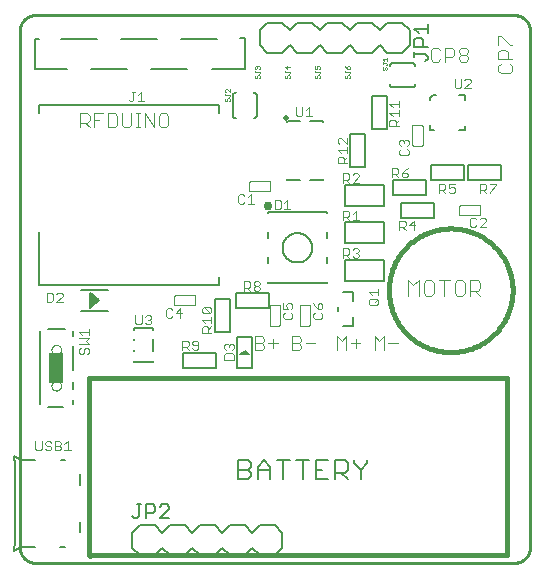
<source format=gto>
G75*
%MOIN*%
%OFA0B0*%
%FSLAX25Y25*%
%IPPOS*%
%LPD*%
%AMOC8*
5,1,8,0,0,1.08239X$1,22.5*
%
%ADD10C,0.01600*%
%ADD11C,0.00600*%
%ADD12C,0.00400*%
%ADD13C,0.01000*%
%ADD14C,0.00300*%
%ADD15C,0.03000*%
%ADD16C,0.00500*%
%ADD17C,0.00800*%
%ADD18C,0.00100*%
%ADD19R,0.05000X0.10000*%
%ADD20C,0.00000*%
%ADD21C,0.02000*%
D10*
X0031000Y0004000D02*
X0031000Y0063000D01*
X0031250Y0063000D02*
X0170500Y0063000D01*
X0170500Y0061500D01*
X0170500Y0004000D01*
X0031250Y0004000D01*
X0031250Y0003750D01*
X0131008Y0092313D02*
X0131014Y0092819D01*
X0131033Y0093325D01*
X0131064Y0093830D01*
X0131107Y0094334D01*
X0131163Y0094837D01*
X0131231Y0095338D01*
X0131312Y0095838D01*
X0131404Y0096335D01*
X0131509Y0096830D01*
X0131626Y0097322D01*
X0131755Y0097812D01*
X0131896Y0098298D01*
X0132049Y0098780D01*
X0132213Y0099258D01*
X0132389Y0099733D01*
X0132577Y0100202D01*
X0132777Y0100667D01*
X0132987Y0101127D01*
X0133209Y0101582D01*
X0133442Y0102031D01*
X0133686Y0102475D01*
X0133941Y0102912D01*
X0134206Y0103343D01*
X0134482Y0103767D01*
X0134769Y0104184D01*
X0135065Y0104594D01*
X0135371Y0104997D01*
X0135688Y0105392D01*
X0136013Y0105779D01*
X0136349Y0106158D01*
X0136693Y0106529D01*
X0137046Y0106891D01*
X0137408Y0107244D01*
X0137779Y0107588D01*
X0138158Y0107924D01*
X0138545Y0108249D01*
X0138940Y0108566D01*
X0139343Y0108872D01*
X0139753Y0109168D01*
X0140170Y0109455D01*
X0140594Y0109731D01*
X0141025Y0109996D01*
X0141462Y0110251D01*
X0141906Y0110495D01*
X0142355Y0110728D01*
X0142810Y0110950D01*
X0143270Y0111160D01*
X0143735Y0111360D01*
X0144204Y0111548D01*
X0144679Y0111724D01*
X0145157Y0111888D01*
X0145639Y0112041D01*
X0146125Y0112182D01*
X0146615Y0112311D01*
X0147107Y0112428D01*
X0147602Y0112533D01*
X0148099Y0112625D01*
X0148599Y0112706D01*
X0149100Y0112774D01*
X0149603Y0112830D01*
X0150107Y0112873D01*
X0150612Y0112904D01*
X0151118Y0112923D01*
X0151624Y0112929D01*
X0152130Y0112923D01*
X0152636Y0112904D01*
X0153141Y0112873D01*
X0153645Y0112830D01*
X0154148Y0112774D01*
X0154649Y0112706D01*
X0155149Y0112625D01*
X0155646Y0112533D01*
X0156141Y0112428D01*
X0156633Y0112311D01*
X0157123Y0112182D01*
X0157609Y0112041D01*
X0158091Y0111888D01*
X0158569Y0111724D01*
X0159044Y0111548D01*
X0159513Y0111360D01*
X0159978Y0111160D01*
X0160438Y0110950D01*
X0160893Y0110728D01*
X0161342Y0110495D01*
X0161786Y0110251D01*
X0162223Y0109996D01*
X0162654Y0109731D01*
X0163078Y0109455D01*
X0163495Y0109168D01*
X0163905Y0108872D01*
X0164308Y0108566D01*
X0164703Y0108249D01*
X0165090Y0107924D01*
X0165469Y0107588D01*
X0165840Y0107244D01*
X0166202Y0106891D01*
X0166555Y0106529D01*
X0166899Y0106158D01*
X0167235Y0105779D01*
X0167560Y0105392D01*
X0167877Y0104997D01*
X0168183Y0104594D01*
X0168479Y0104184D01*
X0168766Y0103767D01*
X0169042Y0103343D01*
X0169307Y0102912D01*
X0169562Y0102475D01*
X0169806Y0102031D01*
X0170039Y0101582D01*
X0170261Y0101127D01*
X0170471Y0100667D01*
X0170671Y0100202D01*
X0170859Y0099733D01*
X0171035Y0099258D01*
X0171199Y0098780D01*
X0171352Y0098298D01*
X0171493Y0097812D01*
X0171622Y0097322D01*
X0171739Y0096830D01*
X0171844Y0096335D01*
X0171936Y0095838D01*
X0172017Y0095338D01*
X0172085Y0094837D01*
X0172141Y0094334D01*
X0172184Y0093830D01*
X0172215Y0093325D01*
X0172234Y0092819D01*
X0172240Y0092313D01*
X0172234Y0091807D01*
X0172215Y0091301D01*
X0172184Y0090796D01*
X0172141Y0090292D01*
X0172085Y0089789D01*
X0172017Y0089288D01*
X0171936Y0088788D01*
X0171844Y0088291D01*
X0171739Y0087796D01*
X0171622Y0087304D01*
X0171493Y0086814D01*
X0171352Y0086328D01*
X0171199Y0085846D01*
X0171035Y0085368D01*
X0170859Y0084893D01*
X0170671Y0084424D01*
X0170471Y0083959D01*
X0170261Y0083499D01*
X0170039Y0083044D01*
X0169806Y0082595D01*
X0169562Y0082151D01*
X0169307Y0081714D01*
X0169042Y0081283D01*
X0168766Y0080859D01*
X0168479Y0080442D01*
X0168183Y0080032D01*
X0167877Y0079629D01*
X0167560Y0079234D01*
X0167235Y0078847D01*
X0166899Y0078468D01*
X0166555Y0078097D01*
X0166202Y0077735D01*
X0165840Y0077382D01*
X0165469Y0077038D01*
X0165090Y0076702D01*
X0164703Y0076377D01*
X0164308Y0076060D01*
X0163905Y0075754D01*
X0163495Y0075458D01*
X0163078Y0075171D01*
X0162654Y0074895D01*
X0162223Y0074630D01*
X0161786Y0074375D01*
X0161342Y0074131D01*
X0160893Y0073898D01*
X0160438Y0073676D01*
X0159978Y0073466D01*
X0159513Y0073266D01*
X0159044Y0073078D01*
X0158569Y0072902D01*
X0158091Y0072738D01*
X0157609Y0072585D01*
X0157123Y0072444D01*
X0156633Y0072315D01*
X0156141Y0072198D01*
X0155646Y0072093D01*
X0155149Y0072001D01*
X0154649Y0071920D01*
X0154148Y0071852D01*
X0153645Y0071796D01*
X0153141Y0071753D01*
X0152636Y0071722D01*
X0152130Y0071703D01*
X0151624Y0071697D01*
X0151118Y0071703D01*
X0150612Y0071722D01*
X0150107Y0071753D01*
X0149603Y0071796D01*
X0149100Y0071852D01*
X0148599Y0071920D01*
X0148099Y0072001D01*
X0147602Y0072093D01*
X0147107Y0072198D01*
X0146615Y0072315D01*
X0146125Y0072444D01*
X0145639Y0072585D01*
X0145157Y0072738D01*
X0144679Y0072902D01*
X0144204Y0073078D01*
X0143735Y0073266D01*
X0143270Y0073466D01*
X0142810Y0073676D01*
X0142355Y0073898D01*
X0141906Y0074131D01*
X0141462Y0074375D01*
X0141025Y0074630D01*
X0140594Y0074895D01*
X0140170Y0075171D01*
X0139753Y0075458D01*
X0139343Y0075754D01*
X0138940Y0076060D01*
X0138545Y0076377D01*
X0138158Y0076702D01*
X0137779Y0077038D01*
X0137408Y0077382D01*
X0137046Y0077735D01*
X0136693Y0078097D01*
X0136349Y0078468D01*
X0136013Y0078847D01*
X0135688Y0079234D01*
X0135371Y0079629D01*
X0135065Y0080032D01*
X0134769Y0080442D01*
X0134482Y0080859D01*
X0134206Y0081283D01*
X0133941Y0081714D01*
X0133686Y0082151D01*
X0133442Y0082595D01*
X0133209Y0083044D01*
X0132987Y0083499D01*
X0132777Y0083959D01*
X0132577Y0084424D01*
X0132389Y0084893D01*
X0132213Y0085368D01*
X0132049Y0085846D01*
X0131896Y0086328D01*
X0131755Y0086814D01*
X0131626Y0087304D01*
X0131509Y0087796D01*
X0131404Y0088291D01*
X0131312Y0088788D01*
X0131231Y0089288D01*
X0131163Y0089789D01*
X0131107Y0090292D01*
X0131064Y0090796D01*
X0131033Y0091301D01*
X0131014Y0091807D01*
X0131008Y0092313D01*
D11*
X0123743Y0035705D02*
X0123743Y0034638D01*
X0121608Y0032503D01*
X0121608Y0029300D01*
X0121608Y0032503D02*
X0119473Y0034638D01*
X0119473Y0035705D01*
X0117298Y0034638D02*
X0117298Y0032503D01*
X0116230Y0031435D01*
X0113027Y0031435D01*
X0113027Y0029300D02*
X0113027Y0035705D01*
X0116230Y0035705D01*
X0117298Y0034638D01*
X0115163Y0031435D02*
X0117298Y0029300D01*
X0110852Y0029300D02*
X0106582Y0029300D01*
X0106582Y0035705D01*
X0110852Y0035705D01*
X0108717Y0032503D02*
X0106582Y0032503D01*
X0104407Y0035705D02*
X0100136Y0035705D01*
X0102272Y0035705D02*
X0102272Y0029300D01*
X0095826Y0029300D02*
X0095826Y0035705D01*
X0093691Y0035705D02*
X0097961Y0035705D01*
X0091516Y0033570D02*
X0091516Y0029300D01*
X0091516Y0032503D02*
X0087245Y0032503D01*
X0087245Y0033570D02*
X0089381Y0035705D01*
X0091516Y0033570D01*
X0087245Y0033570D02*
X0087245Y0029300D01*
X0085070Y0030368D02*
X0084003Y0029300D01*
X0080800Y0029300D01*
X0080800Y0035705D01*
X0084003Y0035705D01*
X0085070Y0034638D01*
X0085070Y0033570D01*
X0084003Y0032503D01*
X0080800Y0032503D01*
X0084003Y0032503D02*
X0085070Y0031435D01*
X0085070Y0030368D01*
X0052509Y0068272D02*
X0052509Y0068754D01*
X0052509Y0068272D02*
X0046128Y0068272D01*
X0046128Y0068754D01*
X0046128Y0071924D02*
X0046128Y0072297D01*
X0046128Y0075664D02*
X0046128Y0076037D01*
X0046128Y0079207D02*
X0046128Y0079689D01*
X0052509Y0079689D01*
X0052509Y0079207D01*
X0052509Y0076037D02*
X0052509Y0071924D01*
D12*
X0051293Y0080930D02*
X0050259Y0080930D01*
X0049742Y0081447D01*
X0048587Y0081447D02*
X0048587Y0084033D01*
X0049742Y0083516D02*
X0050259Y0084033D01*
X0051293Y0084033D01*
X0051810Y0083516D01*
X0051810Y0082999D01*
X0051293Y0082482D01*
X0051810Y0081965D01*
X0051810Y0081447D01*
X0051293Y0080930D01*
X0051293Y0082482D02*
X0050776Y0082482D01*
X0048587Y0081447D02*
X0048070Y0080930D01*
X0047036Y0080930D01*
X0046519Y0081447D01*
X0046519Y0084033D01*
X0056755Y0083717D02*
X0057272Y0083200D01*
X0058306Y0083200D01*
X0058823Y0083717D01*
X0059977Y0084751D02*
X0062046Y0084751D01*
X0061529Y0083200D02*
X0061529Y0086303D01*
X0059977Y0084751D01*
X0058823Y0085786D02*
X0058306Y0086303D01*
X0057272Y0086303D01*
X0056755Y0085786D01*
X0056755Y0083717D01*
X0062200Y0075553D02*
X0063751Y0075553D01*
X0064268Y0075036D01*
X0064268Y0074001D01*
X0063751Y0073484D01*
X0062200Y0073484D01*
X0062200Y0072450D02*
X0062200Y0075553D01*
X0063234Y0073484D02*
X0064268Y0072450D01*
X0065423Y0072967D02*
X0065940Y0072450D01*
X0066974Y0072450D01*
X0067491Y0072967D01*
X0067491Y0075036D01*
X0066974Y0075553D01*
X0065940Y0075553D01*
X0065423Y0075036D01*
X0065423Y0074518D01*
X0065940Y0074001D01*
X0067491Y0074001D01*
X0068697Y0078200D02*
X0068697Y0079751D01*
X0069214Y0080268D01*
X0070249Y0080268D01*
X0070766Y0079751D01*
X0070766Y0078200D01*
X0071800Y0078200D02*
X0068697Y0078200D01*
X0070766Y0079234D02*
X0071800Y0080268D01*
X0071800Y0081423D02*
X0071800Y0083491D01*
X0071800Y0082457D02*
X0068697Y0082457D01*
X0069732Y0081423D01*
X0069214Y0084645D02*
X0068697Y0085163D01*
X0068697Y0086197D01*
X0069214Y0086714D01*
X0071283Y0084645D01*
X0071800Y0085163D01*
X0071800Y0086197D01*
X0071283Y0086714D01*
X0069214Y0086714D01*
X0069214Y0084645D02*
X0071283Y0084645D01*
X0076714Y0074491D02*
X0076197Y0073974D01*
X0076197Y0072940D01*
X0076714Y0072423D01*
X0076714Y0071268D02*
X0076197Y0070751D01*
X0076197Y0069200D01*
X0079300Y0069200D01*
X0079300Y0070751D01*
X0078783Y0071268D01*
X0076714Y0071268D01*
X0078783Y0072423D02*
X0079300Y0072940D01*
X0079300Y0073974D01*
X0078783Y0074491D01*
X0078266Y0074491D01*
X0077749Y0073974D01*
X0077749Y0073457D01*
X0077749Y0073974D02*
X0077232Y0074491D01*
X0076714Y0074491D01*
X0086251Y0074652D02*
X0088553Y0074652D01*
X0089320Y0073884D01*
X0089320Y0073117D01*
X0088553Y0072350D01*
X0086251Y0072350D01*
X0086251Y0076954D01*
X0088553Y0076954D01*
X0089320Y0076186D01*
X0089320Y0075419D01*
X0088553Y0074652D01*
X0090855Y0074652D02*
X0093924Y0074652D01*
X0092390Y0076186D02*
X0092390Y0073117D01*
X0098751Y0072350D02*
X0101053Y0072350D01*
X0101820Y0073117D01*
X0101820Y0073884D01*
X0101053Y0074652D01*
X0098751Y0074652D01*
X0098751Y0072350D02*
X0098751Y0076954D01*
X0101053Y0076954D01*
X0101820Y0076186D01*
X0101820Y0075419D01*
X0101053Y0074652D01*
X0103355Y0074652D02*
X0106424Y0074652D01*
X0113751Y0072350D02*
X0113751Y0076954D01*
X0115286Y0075419D01*
X0116820Y0076954D01*
X0116820Y0072350D01*
X0118355Y0074652D02*
X0121424Y0074652D01*
X0119890Y0076186D02*
X0119890Y0073117D01*
X0126251Y0072350D02*
X0126251Y0076954D01*
X0127786Y0075419D01*
X0129320Y0076954D01*
X0129320Y0072350D01*
X0130855Y0074652D02*
X0133924Y0074652D01*
X0126846Y0087380D02*
X0124777Y0087380D01*
X0124260Y0087898D01*
X0124260Y0088932D01*
X0124777Y0089449D01*
X0126846Y0089449D01*
X0127363Y0088932D01*
X0127363Y0087898D01*
X0126846Y0087380D01*
X0126329Y0088415D02*
X0127363Y0089449D01*
X0127363Y0090603D02*
X0127363Y0092672D01*
X0127363Y0091637D02*
X0124260Y0091637D01*
X0125295Y0090603D01*
X0137450Y0090450D02*
X0137450Y0095654D01*
X0139185Y0093920D01*
X0140920Y0095654D01*
X0140920Y0090450D01*
X0142606Y0091317D02*
X0143474Y0090450D01*
X0145209Y0090450D01*
X0146076Y0091317D01*
X0146076Y0094787D01*
X0145209Y0095654D01*
X0143474Y0095654D01*
X0142606Y0094787D01*
X0142606Y0091317D01*
X0147763Y0095654D02*
X0151232Y0095654D01*
X0149498Y0095654D02*
X0149498Y0090450D01*
X0152919Y0091317D02*
X0153787Y0090450D01*
X0155521Y0090450D01*
X0156389Y0091317D01*
X0156389Y0094787D01*
X0155521Y0095654D01*
X0153787Y0095654D01*
X0152919Y0094787D01*
X0152919Y0091317D01*
X0158076Y0090450D02*
X0158076Y0095654D01*
X0160678Y0095654D01*
X0161545Y0094787D01*
X0161545Y0093052D01*
X0160678Y0092185D01*
X0158076Y0092185D01*
X0159810Y0092185D02*
X0161545Y0090450D01*
X0161227Y0113450D02*
X0163296Y0115518D01*
X0163296Y0116036D01*
X0162779Y0116553D01*
X0161744Y0116553D01*
X0161227Y0116036D01*
X0160073Y0116036D02*
X0159556Y0116553D01*
X0158522Y0116553D01*
X0158005Y0116036D01*
X0158005Y0113967D01*
X0158522Y0113450D01*
X0159556Y0113450D01*
X0160073Y0113967D01*
X0161227Y0113450D02*
X0163296Y0113450D01*
X0163518Y0124700D02*
X0162484Y0125734D01*
X0163001Y0125734D02*
X0161450Y0125734D01*
X0161450Y0124700D02*
X0161450Y0127803D01*
X0163001Y0127803D01*
X0163518Y0127286D01*
X0163518Y0126251D01*
X0163001Y0125734D01*
X0164673Y0125217D02*
X0164673Y0124700D01*
X0164673Y0125217D02*
X0166741Y0127286D01*
X0166741Y0127803D01*
X0164673Y0127803D01*
X0153046Y0127803D02*
X0150977Y0127803D01*
X0150977Y0126251D01*
X0152011Y0126768D01*
X0152529Y0126768D01*
X0153046Y0126251D01*
X0153046Y0125217D01*
X0152529Y0124700D01*
X0151494Y0124700D01*
X0150977Y0125217D01*
X0149823Y0124700D02*
X0148789Y0125734D01*
X0149306Y0125734D02*
X0147755Y0125734D01*
X0147755Y0124700D02*
X0147755Y0127803D01*
X0149306Y0127803D01*
X0149823Y0127286D01*
X0149823Y0126251D01*
X0149306Y0125734D01*
X0139279Y0115553D02*
X0137727Y0114001D01*
X0139796Y0114001D01*
X0139279Y0112450D02*
X0139279Y0115553D01*
X0136573Y0115036D02*
X0136573Y0114001D01*
X0136056Y0113484D01*
X0134505Y0113484D01*
X0135539Y0113484D02*
X0136573Y0112450D01*
X0134505Y0112450D02*
X0134505Y0115553D01*
X0136056Y0115553D01*
X0136573Y0115036D01*
X0136779Y0129950D02*
X0135744Y0129950D01*
X0135227Y0130467D01*
X0135227Y0131501D01*
X0136779Y0131501D01*
X0137296Y0130984D01*
X0137296Y0130467D01*
X0136779Y0129950D01*
X0135227Y0131501D02*
X0136261Y0132536D01*
X0137296Y0133053D01*
X0134073Y0132536D02*
X0134073Y0131501D01*
X0133556Y0130984D01*
X0132005Y0130984D01*
X0133039Y0130984D02*
X0134073Y0129950D01*
X0132005Y0129950D02*
X0132005Y0133053D01*
X0133556Y0133053D01*
X0134073Y0132536D01*
X0134964Y0137255D02*
X0137033Y0137255D01*
X0137550Y0137772D01*
X0137550Y0138806D01*
X0137033Y0139323D01*
X0137033Y0140477D02*
X0137550Y0140994D01*
X0137550Y0142029D01*
X0137033Y0142546D01*
X0136516Y0142546D01*
X0135999Y0142029D01*
X0135999Y0141511D01*
X0135999Y0142029D02*
X0135482Y0142546D01*
X0134964Y0142546D01*
X0134447Y0142029D01*
X0134447Y0140994D01*
X0134964Y0140477D01*
X0134964Y0139323D02*
X0134447Y0138806D01*
X0134447Y0137772D01*
X0134964Y0137255D01*
X0134300Y0147032D02*
X0131197Y0147032D01*
X0131197Y0148583D01*
X0131714Y0149100D01*
X0132749Y0149100D01*
X0133266Y0148583D01*
X0133266Y0147032D01*
X0133266Y0148066D02*
X0134300Y0149100D01*
X0134300Y0150254D02*
X0134300Y0152323D01*
X0134300Y0151289D02*
X0131197Y0151289D01*
X0132232Y0150254D01*
X0132232Y0153477D02*
X0131197Y0154511D01*
X0134300Y0154511D01*
X0134300Y0153477D02*
X0134300Y0155546D01*
X0145854Y0168550D02*
X0145087Y0169318D01*
X0145087Y0172387D01*
X0145854Y0173154D01*
X0147389Y0173154D01*
X0148156Y0172387D01*
X0149691Y0173154D02*
X0151993Y0173154D01*
X0152760Y0172387D01*
X0152760Y0170852D01*
X0151993Y0170085D01*
X0149691Y0170085D01*
X0149691Y0168550D02*
X0149691Y0173154D01*
X0148156Y0169318D02*
X0147389Y0168550D01*
X0145854Y0168550D01*
X0154295Y0169318D02*
X0154295Y0170085D01*
X0155062Y0170852D01*
X0156597Y0170852D01*
X0157364Y0170085D01*
X0157364Y0169318D01*
X0156597Y0168550D01*
X0155062Y0168550D01*
X0154295Y0169318D01*
X0155062Y0170852D02*
X0154295Y0171620D01*
X0154295Y0172387D01*
X0155062Y0173154D01*
X0156597Y0173154D01*
X0157364Y0172387D01*
X0157364Y0171620D01*
X0156597Y0170852D01*
X0156690Y0162803D02*
X0156173Y0162286D01*
X0156690Y0162803D02*
X0157724Y0162803D01*
X0158241Y0162286D01*
X0158241Y0161768D01*
X0156173Y0159700D01*
X0158241Y0159700D01*
X0155018Y0160217D02*
X0155018Y0162803D01*
X0152950Y0162803D02*
X0152950Y0160217D01*
X0153467Y0159700D01*
X0154501Y0159700D01*
X0155018Y0160217D01*
X0167546Y0165518D02*
X0168314Y0164751D01*
X0171383Y0164751D01*
X0172150Y0165518D01*
X0172150Y0167053D01*
X0171383Y0167820D01*
X0170616Y0169355D02*
X0170616Y0171657D01*
X0169848Y0172424D01*
X0168314Y0172424D01*
X0167546Y0171657D01*
X0167546Y0169355D01*
X0172150Y0169355D01*
X0168314Y0167820D02*
X0167546Y0167053D01*
X0167546Y0165518D01*
X0167546Y0173959D02*
X0167546Y0177028D01*
X0168314Y0177028D01*
X0171383Y0173959D01*
X0172150Y0173959D01*
X0120991Y0130786D02*
X0120991Y0130268D01*
X0118923Y0128200D01*
X0120991Y0128200D01*
X0120991Y0130786D02*
X0120474Y0131303D01*
X0119440Y0131303D01*
X0118923Y0130786D01*
X0117768Y0130786D02*
X0117768Y0129751D01*
X0117251Y0129234D01*
X0115700Y0129234D01*
X0115700Y0128200D02*
X0115700Y0131303D01*
X0117251Y0131303D01*
X0117768Y0130786D01*
X0116734Y0129234D02*
X0117768Y0128200D01*
X0117050Y0134700D02*
X0113947Y0134700D01*
X0113947Y0136251D01*
X0114464Y0136768D01*
X0115499Y0136768D01*
X0116016Y0136251D01*
X0116016Y0134700D01*
X0116016Y0135734D02*
X0117050Y0136768D01*
X0117050Y0137923D02*
X0117050Y0139991D01*
X0117050Y0138957D02*
X0113947Y0138957D01*
X0114982Y0137923D01*
X0114464Y0141145D02*
X0113947Y0141663D01*
X0113947Y0142697D01*
X0114464Y0143214D01*
X0114982Y0143214D01*
X0117050Y0141145D01*
X0117050Y0143214D01*
X0105345Y0150326D02*
X0103276Y0150326D01*
X0104311Y0150326D02*
X0104311Y0153429D01*
X0103276Y0152394D01*
X0102122Y0153429D02*
X0102122Y0150843D01*
X0101605Y0150326D01*
X0100571Y0150326D01*
X0100054Y0150843D01*
X0100054Y0153429D01*
X0085011Y0124303D02*
X0085011Y0121200D01*
X0083977Y0121200D02*
X0086046Y0121200D01*
X0083977Y0123268D02*
X0085011Y0124303D01*
X0082823Y0123786D02*
X0082306Y0124303D01*
X0081272Y0124303D01*
X0080755Y0123786D01*
X0080755Y0121717D01*
X0081272Y0121200D01*
X0082306Y0121200D01*
X0082823Y0121717D01*
X0092887Y0122490D02*
X0092887Y0119387D01*
X0094438Y0119387D01*
X0094955Y0119904D01*
X0094955Y0121973D01*
X0094438Y0122490D01*
X0092887Y0122490D01*
X0096110Y0121455D02*
X0097144Y0122490D01*
X0097144Y0119387D01*
X0096110Y0119387D02*
X0098178Y0119387D01*
X0115700Y0118803D02*
X0115700Y0115700D01*
X0115700Y0116734D02*
X0117251Y0116734D01*
X0117768Y0117251D01*
X0117768Y0118286D01*
X0117251Y0118803D01*
X0115700Y0118803D01*
X0116734Y0116734D02*
X0117768Y0115700D01*
X0118923Y0115700D02*
X0120991Y0115700D01*
X0119957Y0115700D02*
X0119957Y0118803D01*
X0118923Y0117768D01*
X0119440Y0106303D02*
X0120474Y0106303D01*
X0120991Y0105786D01*
X0120991Y0105268D01*
X0120474Y0104751D01*
X0120991Y0104234D01*
X0120991Y0103717D01*
X0120474Y0103200D01*
X0119440Y0103200D01*
X0118923Y0103717D01*
X0117768Y0103200D02*
X0116734Y0104234D01*
X0117251Y0104234D02*
X0115700Y0104234D01*
X0115700Y0103200D02*
X0115700Y0106303D01*
X0117251Y0106303D01*
X0117768Y0105786D01*
X0117768Y0104751D01*
X0117251Y0104234D01*
X0118923Y0105786D02*
X0119440Y0106303D01*
X0119957Y0104751D02*
X0120474Y0104751D01*
X0108283Y0088046D02*
X0107766Y0088046D01*
X0107249Y0087529D01*
X0107249Y0085977D01*
X0108283Y0085977D01*
X0108800Y0086494D01*
X0108800Y0087529D01*
X0108283Y0088046D01*
X0107249Y0085977D02*
X0106214Y0087011D01*
X0105697Y0088046D01*
X0106214Y0084823D02*
X0105697Y0084306D01*
X0105697Y0083272D01*
X0106214Y0082755D01*
X0108283Y0082755D01*
X0108800Y0083272D01*
X0108800Y0084306D01*
X0108283Y0084823D01*
X0098800Y0084306D02*
X0098283Y0084823D01*
X0098800Y0084306D02*
X0098800Y0083272D01*
X0098283Y0082755D01*
X0096214Y0082755D01*
X0095697Y0083272D01*
X0095697Y0084306D01*
X0096214Y0084823D01*
X0095697Y0085977D02*
X0097249Y0085977D01*
X0096732Y0087011D01*
X0096732Y0087529D01*
X0097249Y0088046D01*
X0098283Y0088046D01*
X0098800Y0087529D01*
X0098800Y0086494D01*
X0098283Y0085977D01*
X0095697Y0085977D02*
X0095697Y0088046D01*
X0087991Y0092717D02*
X0087474Y0092200D01*
X0086440Y0092200D01*
X0085923Y0092717D01*
X0085923Y0093234D01*
X0086440Y0093751D01*
X0087474Y0093751D01*
X0087991Y0093234D01*
X0087991Y0092717D01*
X0087474Y0093751D02*
X0087991Y0094268D01*
X0087991Y0094786D01*
X0087474Y0095303D01*
X0086440Y0095303D01*
X0085923Y0094786D01*
X0085923Y0094268D01*
X0086440Y0093751D01*
X0084768Y0093751D02*
X0084768Y0094786D01*
X0084251Y0095303D01*
X0082700Y0095303D01*
X0082700Y0092200D01*
X0082700Y0093234D02*
X0084251Y0093234D01*
X0084768Y0093751D01*
X0083734Y0093234D02*
X0084768Y0092200D01*
X0030924Y0079546D02*
X0030924Y0077477D01*
X0030924Y0078511D02*
X0027821Y0078511D01*
X0028856Y0077477D01*
X0027821Y0076323D02*
X0030924Y0076323D01*
X0029890Y0075289D01*
X0030924Y0074254D01*
X0027821Y0074254D01*
X0028338Y0073100D02*
X0027821Y0072583D01*
X0027821Y0071549D01*
X0028338Y0071032D01*
X0028856Y0071032D01*
X0029373Y0071549D01*
X0029373Y0072583D01*
X0029890Y0073100D01*
X0030407Y0073100D01*
X0030924Y0072583D01*
X0030924Y0071549D01*
X0030407Y0071032D01*
X0022241Y0088450D02*
X0020173Y0088450D01*
X0022241Y0090518D01*
X0022241Y0091036D01*
X0021724Y0091553D01*
X0020690Y0091553D01*
X0020173Y0091036D01*
X0019018Y0091036D02*
X0018501Y0091553D01*
X0016950Y0091553D01*
X0016950Y0088450D01*
X0018501Y0088450D01*
X0019018Y0088967D01*
X0019018Y0091036D01*
X0019645Y0042053D02*
X0021197Y0042053D01*
X0021714Y0041536D01*
X0021714Y0041018D01*
X0021197Y0040501D01*
X0019645Y0040501D01*
X0018491Y0039984D02*
X0018491Y0039467D01*
X0017974Y0038950D01*
X0016940Y0038950D01*
X0016423Y0039467D01*
X0015268Y0039467D02*
X0015268Y0042053D01*
X0016423Y0041536D02*
X0016423Y0041018D01*
X0016940Y0040501D01*
X0017974Y0040501D01*
X0018491Y0039984D01*
X0019645Y0038950D02*
X0021197Y0038950D01*
X0021714Y0039467D01*
X0021714Y0039984D01*
X0021197Y0040501D01*
X0022868Y0041018D02*
X0023902Y0042053D01*
X0023902Y0038950D01*
X0022868Y0038950D02*
X0024937Y0038950D01*
X0019645Y0038950D02*
X0019645Y0042053D01*
X0018491Y0041536D02*
X0017974Y0042053D01*
X0016940Y0042053D01*
X0016423Y0041536D01*
X0015268Y0039467D02*
X0014751Y0038950D01*
X0013717Y0038950D01*
X0013200Y0039467D01*
X0013200Y0042053D01*
X0028200Y0146700D02*
X0028200Y0151304D01*
X0030502Y0151304D01*
X0031269Y0150537D01*
X0031269Y0149002D01*
X0030502Y0148235D01*
X0028200Y0148235D01*
X0029735Y0148235D02*
X0031269Y0146700D01*
X0032804Y0146700D02*
X0032804Y0151304D01*
X0035873Y0151304D01*
X0037408Y0151304D02*
X0039710Y0151304D01*
X0040477Y0150537D01*
X0040477Y0147467D01*
X0039710Y0146700D01*
X0037408Y0146700D01*
X0037408Y0151304D01*
X0034339Y0149002D02*
X0032804Y0149002D01*
X0042012Y0147467D02*
X0042779Y0146700D01*
X0044314Y0146700D01*
X0045081Y0147467D01*
X0045081Y0151304D01*
X0046616Y0151304D02*
X0048150Y0151304D01*
X0047383Y0151304D02*
X0047383Y0146700D01*
X0046616Y0146700D02*
X0048150Y0146700D01*
X0049685Y0146700D02*
X0049685Y0151304D01*
X0052754Y0146700D01*
X0052754Y0151304D01*
X0054289Y0150537D02*
X0054289Y0147467D01*
X0055056Y0146700D01*
X0056591Y0146700D01*
X0057358Y0147467D01*
X0057358Y0150537D01*
X0056591Y0151304D01*
X0055056Y0151304D01*
X0054289Y0150537D01*
X0049546Y0155326D02*
X0047477Y0155326D01*
X0048511Y0155326D02*
X0048511Y0158429D01*
X0047477Y0157394D01*
X0046323Y0158429D02*
X0045289Y0158429D01*
X0045806Y0158429D02*
X0045806Y0155843D01*
X0045289Y0155326D01*
X0044772Y0155326D01*
X0044255Y0155843D01*
X0042012Y0151304D02*
X0042012Y0147467D01*
D13*
X0008000Y0179000D02*
X0008002Y0179140D01*
X0008008Y0179280D01*
X0008018Y0179420D01*
X0008031Y0179560D01*
X0008049Y0179699D01*
X0008071Y0179838D01*
X0008096Y0179975D01*
X0008125Y0180113D01*
X0008158Y0180249D01*
X0008195Y0180384D01*
X0008236Y0180518D01*
X0008281Y0180651D01*
X0008329Y0180783D01*
X0008381Y0180913D01*
X0008436Y0181042D01*
X0008495Y0181169D01*
X0008558Y0181295D01*
X0008624Y0181419D01*
X0008693Y0181540D01*
X0008766Y0181660D01*
X0008843Y0181778D01*
X0008922Y0181893D01*
X0009005Y0182007D01*
X0009091Y0182117D01*
X0009180Y0182226D01*
X0009272Y0182332D01*
X0009367Y0182435D01*
X0009464Y0182536D01*
X0009565Y0182633D01*
X0009668Y0182728D01*
X0009774Y0182820D01*
X0009883Y0182909D01*
X0009993Y0182995D01*
X0010107Y0183078D01*
X0010222Y0183157D01*
X0010340Y0183234D01*
X0010460Y0183307D01*
X0010581Y0183376D01*
X0010705Y0183442D01*
X0010831Y0183505D01*
X0010958Y0183564D01*
X0011087Y0183619D01*
X0011217Y0183671D01*
X0011349Y0183719D01*
X0011482Y0183764D01*
X0011616Y0183805D01*
X0011751Y0183842D01*
X0011887Y0183875D01*
X0012025Y0183904D01*
X0012162Y0183929D01*
X0012301Y0183951D01*
X0012440Y0183969D01*
X0012580Y0183982D01*
X0012720Y0183992D01*
X0012860Y0183998D01*
X0013000Y0184000D01*
X0173000Y0184000D01*
X0173140Y0183998D01*
X0173280Y0183992D01*
X0173420Y0183982D01*
X0173560Y0183969D01*
X0173699Y0183951D01*
X0173838Y0183929D01*
X0173975Y0183904D01*
X0174113Y0183875D01*
X0174249Y0183842D01*
X0174384Y0183805D01*
X0174518Y0183764D01*
X0174651Y0183719D01*
X0174783Y0183671D01*
X0174913Y0183619D01*
X0175042Y0183564D01*
X0175169Y0183505D01*
X0175295Y0183442D01*
X0175419Y0183376D01*
X0175540Y0183307D01*
X0175660Y0183234D01*
X0175778Y0183157D01*
X0175893Y0183078D01*
X0176007Y0182995D01*
X0176117Y0182909D01*
X0176226Y0182820D01*
X0176332Y0182728D01*
X0176435Y0182633D01*
X0176536Y0182536D01*
X0176633Y0182435D01*
X0176728Y0182332D01*
X0176820Y0182226D01*
X0176909Y0182117D01*
X0176995Y0182007D01*
X0177078Y0181893D01*
X0177157Y0181778D01*
X0177234Y0181660D01*
X0177307Y0181540D01*
X0177376Y0181419D01*
X0177442Y0181295D01*
X0177505Y0181169D01*
X0177564Y0181042D01*
X0177619Y0180913D01*
X0177671Y0180783D01*
X0177719Y0180651D01*
X0177764Y0180518D01*
X0177805Y0180384D01*
X0177842Y0180249D01*
X0177875Y0180113D01*
X0177904Y0179975D01*
X0177929Y0179838D01*
X0177951Y0179699D01*
X0177969Y0179560D01*
X0177982Y0179420D01*
X0177992Y0179280D01*
X0177998Y0179140D01*
X0178000Y0179000D01*
X0178000Y0006500D01*
X0177998Y0006360D01*
X0177992Y0006220D01*
X0177982Y0006080D01*
X0177969Y0005940D01*
X0177951Y0005801D01*
X0177929Y0005662D01*
X0177904Y0005525D01*
X0177875Y0005387D01*
X0177842Y0005251D01*
X0177805Y0005116D01*
X0177764Y0004982D01*
X0177719Y0004849D01*
X0177671Y0004717D01*
X0177619Y0004587D01*
X0177564Y0004458D01*
X0177505Y0004331D01*
X0177442Y0004205D01*
X0177376Y0004081D01*
X0177307Y0003960D01*
X0177234Y0003840D01*
X0177157Y0003722D01*
X0177078Y0003607D01*
X0176995Y0003493D01*
X0176909Y0003383D01*
X0176820Y0003274D01*
X0176728Y0003168D01*
X0176633Y0003065D01*
X0176536Y0002964D01*
X0176435Y0002867D01*
X0176332Y0002772D01*
X0176226Y0002680D01*
X0176117Y0002591D01*
X0176007Y0002505D01*
X0175893Y0002422D01*
X0175778Y0002343D01*
X0175660Y0002266D01*
X0175540Y0002193D01*
X0175419Y0002124D01*
X0175295Y0002058D01*
X0175169Y0001995D01*
X0175042Y0001936D01*
X0174913Y0001881D01*
X0174783Y0001829D01*
X0174651Y0001781D01*
X0174518Y0001736D01*
X0174384Y0001695D01*
X0174249Y0001658D01*
X0174113Y0001625D01*
X0173975Y0001596D01*
X0173838Y0001571D01*
X0173699Y0001549D01*
X0173560Y0001531D01*
X0173420Y0001518D01*
X0173280Y0001508D01*
X0173140Y0001502D01*
X0173000Y0001500D01*
X0013000Y0001500D01*
X0012860Y0001502D01*
X0012720Y0001508D01*
X0012580Y0001518D01*
X0012440Y0001531D01*
X0012301Y0001549D01*
X0012162Y0001571D01*
X0012025Y0001596D01*
X0011887Y0001625D01*
X0011751Y0001658D01*
X0011616Y0001695D01*
X0011482Y0001736D01*
X0011349Y0001781D01*
X0011217Y0001829D01*
X0011087Y0001881D01*
X0010958Y0001936D01*
X0010831Y0001995D01*
X0010705Y0002058D01*
X0010581Y0002124D01*
X0010460Y0002193D01*
X0010340Y0002266D01*
X0010222Y0002343D01*
X0010107Y0002422D01*
X0009993Y0002505D01*
X0009883Y0002591D01*
X0009774Y0002680D01*
X0009668Y0002772D01*
X0009565Y0002867D01*
X0009464Y0002964D01*
X0009367Y0003065D01*
X0009272Y0003168D01*
X0009180Y0003274D01*
X0009091Y0003383D01*
X0009005Y0003493D01*
X0008922Y0003607D01*
X0008843Y0003722D01*
X0008766Y0003840D01*
X0008693Y0003960D01*
X0008624Y0004081D01*
X0008558Y0004205D01*
X0008495Y0004331D01*
X0008436Y0004458D01*
X0008381Y0004587D01*
X0008329Y0004717D01*
X0008281Y0004849D01*
X0008236Y0004982D01*
X0008195Y0005116D01*
X0008158Y0005251D01*
X0008125Y0005387D01*
X0008096Y0005525D01*
X0008071Y0005662D01*
X0008049Y0005801D01*
X0008031Y0005940D01*
X0008018Y0006080D01*
X0008008Y0006220D01*
X0008002Y0006360D01*
X0008000Y0006500D01*
X0008000Y0179000D01*
D14*
X0084500Y0128250D02*
X0084500Y0125750D01*
X0084502Y0125706D01*
X0084508Y0125663D01*
X0084517Y0125621D01*
X0084530Y0125579D01*
X0084547Y0125539D01*
X0084567Y0125500D01*
X0084590Y0125463D01*
X0084617Y0125429D01*
X0084646Y0125396D01*
X0084679Y0125367D01*
X0084713Y0125340D01*
X0084750Y0125317D01*
X0084789Y0125297D01*
X0084829Y0125280D01*
X0084871Y0125267D01*
X0084913Y0125258D01*
X0084956Y0125252D01*
X0085000Y0125250D01*
X0091000Y0125250D01*
X0091044Y0125252D01*
X0091087Y0125258D01*
X0091129Y0125267D01*
X0091171Y0125280D01*
X0091211Y0125297D01*
X0091250Y0125317D01*
X0091287Y0125340D01*
X0091321Y0125367D01*
X0091354Y0125396D01*
X0091383Y0125429D01*
X0091410Y0125463D01*
X0091433Y0125500D01*
X0091453Y0125539D01*
X0091470Y0125579D01*
X0091483Y0125621D01*
X0091492Y0125663D01*
X0091498Y0125706D01*
X0091500Y0125750D01*
X0091500Y0128250D01*
X0091498Y0128294D01*
X0091492Y0128337D01*
X0091483Y0128379D01*
X0091470Y0128421D01*
X0091453Y0128461D01*
X0091433Y0128500D01*
X0091410Y0128537D01*
X0091383Y0128571D01*
X0091354Y0128604D01*
X0091321Y0128633D01*
X0091287Y0128660D01*
X0091250Y0128683D01*
X0091211Y0128703D01*
X0091171Y0128720D01*
X0091129Y0128733D01*
X0091087Y0128742D01*
X0091044Y0128748D01*
X0091000Y0128750D01*
X0085000Y0128750D01*
X0084956Y0128748D01*
X0084913Y0128742D01*
X0084871Y0128733D01*
X0084829Y0128720D01*
X0084789Y0128703D01*
X0084750Y0128683D01*
X0084713Y0128660D01*
X0084679Y0128633D01*
X0084646Y0128604D01*
X0084617Y0128571D01*
X0084590Y0128537D01*
X0084567Y0128500D01*
X0084547Y0128461D01*
X0084530Y0128421D01*
X0084517Y0128379D01*
X0084508Y0128337D01*
X0084502Y0128294D01*
X0084500Y0128250D01*
X0066000Y0090750D02*
X0060000Y0090750D01*
X0059956Y0090748D01*
X0059913Y0090742D01*
X0059871Y0090733D01*
X0059829Y0090720D01*
X0059789Y0090703D01*
X0059750Y0090683D01*
X0059713Y0090660D01*
X0059679Y0090633D01*
X0059646Y0090604D01*
X0059617Y0090571D01*
X0059590Y0090537D01*
X0059567Y0090500D01*
X0059547Y0090461D01*
X0059530Y0090421D01*
X0059517Y0090379D01*
X0059508Y0090337D01*
X0059502Y0090294D01*
X0059500Y0090250D01*
X0059500Y0087750D01*
X0059502Y0087706D01*
X0059508Y0087663D01*
X0059517Y0087621D01*
X0059530Y0087579D01*
X0059547Y0087539D01*
X0059567Y0087500D01*
X0059590Y0087463D01*
X0059617Y0087429D01*
X0059646Y0087396D01*
X0059679Y0087367D01*
X0059713Y0087340D01*
X0059750Y0087317D01*
X0059789Y0087297D01*
X0059829Y0087280D01*
X0059871Y0087267D01*
X0059913Y0087258D01*
X0059956Y0087252D01*
X0060000Y0087250D01*
X0066000Y0087250D01*
X0066044Y0087252D01*
X0066087Y0087258D01*
X0066129Y0087267D01*
X0066171Y0087280D01*
X0066211Y0087297D01*
X0066250Y0087317D01*
X0066287Y0087340D01*
X0066321Y0087367D01*
X0066354Y0087396D01*
X0066383Y0087429D01*
X0066410Y0087463D01*
X0066433Y0087500D01*
X0066453Y0087539D01*
X0066470Y0087579D01*
X0066483Y0087621D01*
X0066492Y0087663D01*
X0066498Y0087706D01*
X0066500Y0087750D01*
X0066500Y0090250D01*
X0066498Y0090294D01*
X0066492Y0090337D01*
X0066483Y0090379D01*
X0066470Y0090421D01*
X0066453Y0090461D01*
X0066433Y0090500D01*
X0066410Y0090537D01*
X0066383Y0090571D01*
X0066354Y0090604D01*
X0066321Y0090633D01*
X0066287Y0090660D01*
X0066250Y0090683D01*
X0066211Y0090703D01*
X0066171Y0090720D01*
X0066129Y0090733D01*
X0066087Y0090742D01*
X0066044Y0090748D01*
X0066000Y0090750D01*
X0091250Y0087000D02*
X0091250Y0081000D01*
X0091252Y0080956D01*
X0091258Y0080913D01*
X0091267Y0080871D01*
X0091280Y0080829D01*
X0091297Y0080789D01*
X0091317Y0080750D01*
X0091340Y0080713D01*
X0091367Y0080679D01*
X0091396Y0080646D01*
X0091429Y0080617D01*
X0091463Y0080590D01*
X0091500Y0080567D01*
X0091539Y0080547D01*
X0091579Y0080530D01*
X0091621Y0080517D01*
X0091663Y0080508D01*
X0091706Y0080502D01*
X0091750Y0080500D01*
X0094250Y0080500D01*
X0094294Y0080502D01*
X0094337Y0080508D01*
X0094379Y0080517D01*
X0094421Y0080530D01*
X0094461Y0080547D01*
X0094500Y0080567D01*
X0094537Y0080590D01*
X0094571Y0080617D01*
X0094604Y0080646D01*
X0094633Y0080679D01*
X0094660Y0080713D01*
X0094683Y0080750D01*
X0094703Y0080789D01*
X0094720Y0080829D01*
X0094733Y0080871D01*
X0094742Y0080913D01*
X0094748Y0080956D01*
X0094750Y0081000D01*
X0094750Y0087000D01*
X0094748Y0087044D01*
X0094742Y0087087D01*
X0094733Y0087129D01*
X0094720Y0087171D01*
X0094703Y0087211D01*
X0094683Y0087250D01*
X0094660Y0087287D01*
X0094633Y0087321D01*
X0094604Y0087354D01*
X0094571Y0087383D01*
X0094537Y0087410D01*
X0094500Y0087433D01*
X0094461Y0087453D01*
X0094421Y0087470D01*
X0094379Y0087483D01*
X0094337Y0087492D01*
X0094294Y0087498D01*
X0094250Y0087500D01*
X0091750Y0087500D01*
X0091706Y0087498D01*
X0091663Y0087492D01*
X0091621Y0087483D01*
X0091579Y0087470D01*
X0091539Y0087453D01*
X0091500Y0087433D01*
X0091463Y0087410D01*
X0091429Y0087383D01*
X0091396Y0087354D01*
X0091367Y0087321D01*
X0091340Y0087287D01*
X0091317Y0087250D01*
X0091297Y0087211D01*
X0091280Y0087171D01*
X0091267Y0087129D01*
X0091258Y0087087D01*
X0091252Y0087044D01*
X0091250Y0087000D01*
X0101250Y0087000D02*
X0101250Y0081000D01*
X0101252Y0080956D01*
X0101258Y0080913D01*
X0101267Y0080871D01*
X0101280Y0080829D01*
X0101297Y0080789D01*
X0101317Y0080750D01*
X0101340Y0080713D01*
X0101367Y0080679D01*
X0101396Y0080646D01*
X0101429Y0080617D01*
X0101463Y0080590D01*
X0101500Y0080567D01*
X0101539Y0080547D01*
X0101579Y0080530D01*
X0101621Y0080517D01*
X0101663Y0080508D01*
X0101706Y0080502D01*
X0101750Y0080500D01*
X0104250Y0080500D01*
X0104294Y0080502D01*
X0104337Y0080508D01*
X0104379Y0080517D01*
X0104421Y0080530D01*
X0104461Y0080547D01*
X0104500Y0080567D01*
X0104537Y0080590D01*
X0104571Y0080617D01*
X0104604Y0080646D01*
X0104633Y0080679D01*
X0104660Y0080713D01*
X0104683Y0080750D01*
X0104703Y0080789D01*
X0104720Y0080829D01*
X0104733Y0080871D01*
X0104742Y0080913D01*
X0104748Y0080956D01*
X0104750Y0081000D01*
X0104750Y0087000D01*
X0104748Y0087044D01*
X0104742Y0087087D01*
X0104733Y0087129D01*
X0104720Y0087171D01*
X0104703Y0087211D01*
X0104683Y0087250D01*
X0104660Y0087287D01*
X0104633Y0087321D01*
X0104604Y0087354D01*
X0104571Y0087383D01*
X0104537Y0087410D01*
X0104500Y0087433D01*
X0104461Y0087453D01*
X0104421Y0087470D01*
X0104379Y0087483D01*
X0104337Y0087492D01*
X0104294Y0087498D01*
X0104250Y0087500D01*
X0101750Y0087500D01*
X0101706Y0087498D01*
X0101663Y0087492D01*
X0101621Y0087483D01*
X0101579Y0087470D01*
X0101539Y0087453D01*
X0101500Y0087433D01*
X0101463Y0087410D01*
X0101429Y0087383D01*
X0101396Y0087354D01*
X0101367Y0087321D01*
X0101340Y0087287D01*
X0101317Y0087250D01*
X0101297Y0087211D01*
X0101280Y0087171D01*
X0101267Y0087129D01*
X0101258Y0087087D01*
X0101252Y0087044D01*
X0101250Y0087000D01*
X0139250Y0140500D02*
X0141750Y0140500D01*
X0141794Y0140502D01*
X0141837Y0140508D01*
X0141879Y0140517D01*
X0141921Y0140530D01*
X0141961Y0140547D01*
X0142000Y0140567D01*
X0142037Y0140590D01*
X0142071Y0140617D01*
X0142104Y0140646D01*
X0142133Y0140679D01*
X0142160Y0140713D01*
X0142183Y0140750D01*
X0142203Y0140789D01*
X0142220Y0140829D01*
X0142233Y0140871D01*
X0142242Y0140913D01*
X0142248Y0140956D01*
X0142250Y0141000D01*
X0142250Y0147000D01*
X0142248Y0147044D01*
X0142242Y0147087D01*
X0142233Y0147129D01*
X0142220Y0147171D01*
X0142203Y0147211D01*
X0142183Y0147250D01*
X0142160Y0147287D01*
X0142133Y0147321D01*
X0142104Y0147354D01*
X0142071Y0147383D01*
X0142037Y0147410D01*
X0142000Y0147433D01*
X0141961Y0147453D01*
X0141921Y0147470D01*
X0141879Y0147483D01*
X0141837Y0147492D01*
X0141794Y0147498D01*
X0141750Y0147500D01*
X0139250Y0147500D01*
X0139206Y0147498D01*
X0139163Y0147492D01*
X0139121Y0147483D01*
X0139079Y0147470D01*
X0139039Y0147453D01*
X0139000Y0147433D01*
X0138963Y0147410D01*
X0138929Y0147383D01*
X0138896Y0147354D01*
X0138867Y0147321D01*
X0138840Y0147287D01*
X0138817Y0147250D01*
X0138797Y0147211D01*
X0138780Y0147171D01*
X0138767Y0147129D01*
X0138758Y0147087D01*
X0138752Y0147044D01*
X0138750Y0147000D01*
X0138750Y0141000D01*
X0138752Y0140956D01*
X0138758Y0140913D01*
X0138767Y0140871D01*
X0138780Y0140829D01*
X0138797Y0140789D01*
X0138817Y0140750D01*
X0138840Y0140713D01*
X0138867Y0140679D01*
X0138896Y0140646D01*
X0138929Y0140617D01*
X0138963Y0140590D01*
X0139000Y0140567D01*
X0139039Y0140547D01*
X0139079Y0140530D01*
X0139121Y0140517D01*
X0139163Y0140508D01*
X0139206Y0140502D01*
X0139250Y0140500D01*
X0155000Y0120750D02*
X0161000Y0120750D01*
X0161044Y0120748D01*
X0161087Y0120742D01*
X0161129Y0120733D01*
X0161171Y0120720D01*
X0161211Y0120703D01*
X0161250Y0120683D01*
X0161287Y0120660D01*
X0161321Y0120633D01*
X0161354Y0120604D01*
X0161383Y0120571D01*
X0161410Y0120537D01*
X0161433Y0120500D01*
X0161453Y0120461D01*
X0161470Y0120421D01*
X0161483Y0120379D01*
X0161492Y0120337D01*
X0161498Y0120294D01*
X0161500Y0120250D01*
X0161500Y0117750D01*
X0161498Y0117706D01*
X0161492Y0117663D01*
X0161483Y0117621D01*
X0161470Y0117579D01*
X0161453Y0117539D01*
X0161433Y0117500D01*
X0161410Y0117463D01*
X0161383Y0117429D01*
X0161354Y0117396D01*
X0161321Y0117367D01*
X0161287Y0117340D01*
X0161250Y0117317D01*
X0161211Y0117297D01*
X0161171Y0117280D01*
X0161129Y0117267D01*
X0161087Y0117258D01*
X0161044Y0117252D01*
X0161000Y0117250D01*
X0155000Y0117250D01*
X0154956Y0117252D01*
X0154913Y0117258D01*
X0154871Y0117267D01*
X0154829Y0117280D01*
X0154789Y0117297D01*
X0154750Y0117317D01*
X0154713Y0117340D01*
X0154679Y0117367D01*
X0154646Y0117396D01*
X0154617Y0117429D01*
X0154590Y0117463D01*
X0154567Y0117500D01*
X0154547Y0117539D01*
X0154530Y0117579D01*
X0154517Y0117621D01*
X0154508Y0117663D01*
X0154502Y0117706D01*
X0154500Y0117750D01*
X0154500Y0120250D01*
X0154502Y0120294D01*
X0154508Y0120337D01*
X0154517Y0120379D01*
X0154530Y0120421D01*
X0154547Y0120461D01*
X0154567Y0120500D01*
X0154590Y0120537D01*
X0154617Y0120571D01*
X0154646Y0120604D01*
X0154679Y0120633D01*
X0154713Y0120660D01*
X0154750Y0120683D01*
X0154789Y0120703D01*
X0154829Y0120720D01*
X0154871Y0120733D01*
X0154913Y0120742D01*
X0154956Y0120748D01*
X0155000Y0120750D01*
D15*
X0090575Y0120543D03*
D16*
X0006346Y0008652D02*
X0005953Y0005502D01*
X0008315Y0006683D01*
X0013039Y0006683D01*
X0007921Y0006683D02*
X0007921Y0035817D01*
X0008315Y0035817D02*
X0013039Y0035817D01*
X0008315Y0035817D02*
X0005953Y0036998D01*
X0006346Y0034242D01*
X0006346Y0008652D01*
X0021307Y0006683D02*
X0022882Y0006683D01*
X0028000Y0011801D02*
X0028000Y0014951D01*
X0028000Y0027549D02*
X0028000Y0031093D01*
X0022882Y0035817D02*
X0021701Y0035817D01*
X0022488Y0053508D02*
X0017370Y0053508D01*
X0014626Y0054295D02*
X0014626Y0078705D01*
X0017370Y0079492D02*
X0022882Y0079492D01*
X0025638Y0078705D02*
X0025638Y0077130D01*
X0025638Y0073587D02*
X0025638Y0065713D01*
X0025638Y0061776D02*
X0025638Y0059413D01*
X0025638Y0055870D02*
X0025638Y0054295D01*
X0028500Y0085500D02*
X0037500Y0085500D01*
X0034500Y0089000D02*
X0031500Y0087000D01*
X0032000Y0091000D01*
X0034000Y0089000D01*
X0031500Y0087500D01*
X0032000Y0090500D01*
X0033500Y0089000D01*
X0032000Y0088000D01*
X0032000Y0088500D01*
X0032500Y0089500D01*
X0032500Y0089000D01*
X0033000Y0089000D02*
X0032000Y0088500D01*
X0032000Y0090000D01*
X0032500Y0089500D01*
X0033000Y0089000D01*
X0034500Y0089000D02*
X0031500Y0091500D01*
X0031500Y0087500D01*
X0031500Y0087000D01*
X0031500Y0086500D01*
X0034500Y0089000D01*
X0037500Y0092500D02*
X0028500Y0092500D01*
X0062500Y0071500D02*
X0062500Y0066500D01*
X0073500Y0066500D01*
X0073500Y0071500D01*
X0062500Y0071500D01*
X0073000Y0078500D02*
X0073000Y0089500D01*
X0078000Y0089500D01*
X0078000Y0078500D01*
X0073000Y0078500D01*
X0080500Y0076750D02*
X0085500Y0076750D01*
X0085500Y0066250D01*
X0080500Y0066250D01*
X0080500Y0076750D01*
X0083000Y0072000D02*
X0082250Y0071500D01*
X0083750Y0071500D01*
X0083000Y0072000D01*
X0082250Y0071500D02*
X0081500Y0071000D01*
X0084500Y0071000D01*
X0083750Y0071500D01*
X0084000Y0071250D02*
X0082000Y0071250D01*
X0080000Y0086500D02*
X0080000Y0091500D01*
X0091000Y0091500D01*
X0091000Y0086500D01*
X0080000Y0086500D01*
X0090657Y0094689D02*
X0090657Y0095083D01*
X0090657Y0094689D02*
X0110343Y0094689D01*
X0110343Y0095083D01*
X0115563Y0091876D02*
X0119063Y0091876D01*
X0119063Y0088876D01*
X0114063Y0086876D02*
X0114063Y0085376D01*
X0119063Y0083376D02*
X0119063Y0080376D01*
X0115563Y0080376D01*
X0116500Y0095500D02*
X0116500Y0102500D01*
X0129500Y0102500D01*
X0129500Y0095500D01*
X0116500Y0095500D01*
X0110343Y0101382D02*
X0110343Y0103350D01*
X0110343Y0109650D02*
X0110343Y0111618D01*
X0110343Y0117917D02*
X0110343Y0118311D01*
X0090657Y0118311D01*
X0090657Y0117917D01*
X0090657Y0111618D02*
X0090657Y0109650D01*
X0090657Y0103350D02*
X0090657Y0101382D01*
X0095579Y0106500D02*
X0095581Y0106640D01*
X0095587Y0106780D01*
X0095597Y0106919D01*
X0095611Y0107058D01*
X0095629Y0107197D01*
X0095650Y0107335D01*
X0095676Y0107473D01*
X0095706Y0107610D01*
X0095739Y0107745D01*
X0095777Y0107880D01*
X0095818Y0108014D01*
X0095863Y0108147D01*
X0095911Y0108278D01*
X0095964Y0108407D01*
X0096020Y0108536D01*
X0096079Y0108662D01*
X0096143Y0108787D01*
X0096209Y0108910D01*
X0096280Y0109031D01*
X0096353Y0109150D01*
X0096430Y0109267D01*
X0096511Y0109381D01*
X0096594Y0109493D01*
X0096681Y0109603D01*
X0096771Y0109711D01*
X0096863Y0109815D01*
X0096959Y0109917D01*
X0097058Y0110017D01*
X0097159Y0110113D01*
X0097263Y0110207D01*
X0097370Y0110297D01*
X0097479Y0110384D01*
X0097591Y0110469D01*
X0097705Y0110550D01*
X0097821Y0110628D01*
X0097939Y0110702D01*
X0098060Y0110773D01*
X0098182Y0110841D01*
X0098307Y0110905D01*
X0098433Y0110966D01*
X0098560Y0111023D01*
X0098690Y0111076D01*
X0098821Y0111126D01*
X0098953Y0111171D01*
X0099086Y0111214D01*
X0099221Y0111252D01*
X0099356Y0111286D01*
X0099493Y0111317D01*
X0099630Y0111344D01*
X0099768Y0111366D01*
X0099907Y0111385D01*
X0100046Y0111400D01*
X0100185Y0111411D01*
X0100325Y0111418D01*
X0100465Y0111421D01*
X0100605Y0111420D01*
X0100745Y0111415D01*
X0100884Y0111406D01*
X0101024Y0111393D01*
X0101163Y0111376D01*
X0101301Y0111355D01*
X0101439Y0111331D01*
X0101576Y0111302D01*
X0101712Y0111270D01*
X0101847Y0111233D01*
X0101981Y0111193D01*
X0102114Y0111149D01*
X0102245Y0111101D01*
X0102375Y0111050D01*
X0102504Y0110995D01*
X0102631Y0110936D01*
X0102756Y0110873D01*
X0102879Y0110808D01*
X0103001Y0110738D01*
X0103120Y0110665D01*
X0103238Y0110589D01*
X0103353Y0110510D01*
X0103466Y0110427D01*
X0103576Y0110341D01*
X0103684Y0110252D01*
X0103789Y0110160D01*
X0103892Y0110065D01*
X0103992Y0109967D01*
X0104089Y0109867D01*
X0104183Y0109763D01*
X0104275Y0109657D01*
X0104363Y0109549D01*
X0104448Y0109438D01*
X0104530Y0109324D01*
X0104609Y0109208D01*
X0104684Y0109091D01*
X0104756Y0108971D01*
X0104824Y0108849D01*
X0104889Y0108725D01*
X0104951Y0108599D01*
X0105009Y0108472D01*
X0105063Y0108343D01*
X0105114Y0108212D01*
X0105160Y0108080D01*
X0105203Y0107947D01*
X0105243Y0107813D01*
X0105278Y0107678D01*
X0105310Y0107541D01*
X0105337Y0107404D01*
X0105361Y0107266D01*
X0105381Y0107128D01*
X0105397Y0106989D01*
X0105409Y0106849D01*
X0105417Y0106710D01*
X0105421Y0106570D01*
X0105421Y0106430D01*
X0105417Y0106290D01*
X0105409Y0106151D01*
X0105397Y0106011D01*
X0105381Y0105872D01*
X0105361Y0105734D01*
X0105337Y0105596D01*
X0105310Y0105459D01*
X0105278Y0105322D01*
X0105243Y0105187D01*
X0105203Y0105053D01*
X0105160Y0104920D01*
X0105114Y0104788D01*
X0105063Y0104657D01*
X0105009Y0104528D01*
X0104951Y0104401D01*
X0104889Y0104275D01*
X0104824Y0104151D01*
X0104756Y0104029D01*
X0104684Y0103909D01*
X0104609Y0103792D01*
X0104530Y0103676D01*
X0104448Y0103562D01*
X0104363Y0103451D01*
X0104275Y0103343D01*
X0104183Y0103237D01*
X0104089Y0103133D01*
X0103992Y0103033D01*
X0103892Y0102935D01*
X0103789Y0102840D01*
X0103684Y0102748D01*
X0103576Y0102659D01*
X0103466Y0102573D01*
X0103353Y0102490D01*
X0103238Y0102411D01*
X0103120Y0102335D01*
X0103001Y0102262D01*
X0102879Y0102192D01*
X0102756Y0102127D01*
X0102631Y0102064D01*
X0102504Y0102005D01*
X0102375Y0101950D01*
X0102245Y0101899D01*
X0102114Y0101851D01*
X0101981Y0101807D01*
X0101847Y0101767D01*
X0101712Y0101730D01*
X0101576Y0101698D01*
X0101439Y0101669D01*
X0101301Y0101645D01*
X0101163Y0101624D01*
X0101024Y0101607D01*
X0100884Y0101594D01*
X0100745Y0101585D01*
X0100605Y0101580D01*
X0100465Y0101579D01*
X0100325Y0101582D01*
X0100185Y0101589D01*
X0100046Y0101600D01*
X0099907Y0101615D01*
X0099768Y0101634D01*
X0099630Y0101656D01*
X0099493Y0101683D01*
X0099356Y0101714D01*
X0099221Y0101748D01*
X0099086Y0101786D01*
X0098953Y0101829D01*
X0098821Y0101874D01*
X0098690Y0101924D01*
X0098560Y0101977D01*
X0098433Y0102034D01*
X0098307Y0102095D01*
X0098182Y0102159D01*
X0098060Y0102227D01*
X0097939Y0102298D01*
X0097821Y0102372D01*
X0097705Y0102450D01*
X0097591Y0102531D01*
X0097479Y0102616D01*
X0097370Y0102703D01*
X0097263Y0102793D01*
X0097159Y0102887D01*
X0097058Y0102983D01*
X0096959Y0103083D01*
X0096863Y0103185D01*
X0096771Y0103289D01*
X0096681Y0103397D01*
X0096594Y0103507D01*
X0096511Y0103619D01*
X0096430Y0103733D01*
X0096353Y0103850D01*
X0096280Y0103969D01*
X0096209Y0104090D01*
X0096143Y0104213D01*
X0096079Y0104338D01*
X0096020Y0104464D01*
X0095964Y0104593D01*
X0095911Y0104722D01*
X0095863Y0104853D01*
X0095818Y0104986D01*
X0095777Y0105120D01*
X0095739Y0105255D01*
X0095706Y0105390D01*
X0095676Y0105527D01*
X0095650Y0105665D01*
X0095629Y0105803D01*
X0095611Y0105942D01*
X0095597Y0106081D01*
X0095587Y0106220D01*
X0095581Y0106360D01*
X0095579Y0106500D01*
X0116500Y0108000D02*
X0116500Y0115000D01*
X0129500Y0115000D01*
X0129500Y0108000D01*
X0116500Y0108000D01*
X0116500Y0120500D02*
X0116500Y0127500D01*
X0129500Y0127500D01*
X0129500Y0120500D01*
X0116500Y0120500D01*
X0108906Y0129157D02*
X0108906Y0129551D01*
X0108906Y0129157D02*
X0104575Y0129157D01*
X0101425Y0129157D02*
X0097094Y0129157D01*
X0097094Y0129551D01*
X0097094Y0148449D02*
X0097488Y0148843D01*
X0101425Y0148843D01*
X0104575Y0148843D02*
X0108906Y0148843D01*
X0108906Y0148449D01*
X0118000Y0144500D02*
X0123000Y0144500D01*
X0123000Y0133500D01*
X0118000Y0133500D01*
X0118000Y0144500D01*
X0125500Y0146000D02*
X0130500Y0146000D01*
X0130500Y0157000D01*
X0125500Y0157000D01*
X0125500Y0146000D01*
X0132500Y0129000D02*
X0132500Y0124000D01*
X0143500Y0124000D01*
X0143500Y0129000D01*
X0132500Y0129000D01*
X0135000Y0121500D02*
X0135000Y0116500D01*
X0146000Y0116500D01*
X0146000Y0121500D01*
X0135000Y0121500D01*
X0145000Y0129000D02*
X0145000Y0134000D01*
X0156000Y0134000D01*
X0156000Y0129000D01*
X0145000Y0129000D01*
X0157500Y0129000D02*
X0157500Y0134000D01*
X0168500Y0134000D01*
X0168500Y0129000D01*
X0157500Y0129000D01*
X0156406Y0145594D02*
X0154437Y0145594D01*
X0156406Y0145594D02*
X0156406Y0147169D01*
X0156406Y0155831D02*
X0156406Y0157406D01*
X0154437Y0157406D01*
X0146563Y0157406D02*
X0145708Y0157406D01*
X0144594Y0156292D01*
X0144594Y0155831D01*
X0144594Y0147563D02*
X0144594Y0145594D01*
X0146169Y0145594D01*
X0143199Y0168738D02*
X0143950Y0169489D01*
X0143950Y0170239D01*
X0143199Y0170990D01*
X0139446Y0170990D01*
X0139446Y0170239D02*
X0139446Y0171741D01*
X0139446Y0173342D02*
X0139446Y0175594D01*
X0140197Y0176345D01*
X0141698Y0176345D01*
X0142449Y0175594D01*
X0142449Y0173342D01*
X0143950Y0173342D02*
X0139446Y0173342D01*
X0140947Y0177946D02*
X0139446Y0179447D01*
X0143950Y0179447D01*
X0143950Y0177946D02*
X0143950Y0180949D01*
X0083039Y0176126D02*
X0083039Y0166126D01*
X0083000Y0166126D02*
X0072016Y0166126D01*
X0063866Y0166126D02*
X0051780Y0166126D01*
X0043866Y0166126D02*
X0031780Y0166126D01*
X0023866Y0166126D02*
X0012961Y0166126D01*
X0013000Y0166126D02*
X0013000Y0176126D01*
X0014535Y0176126D01*
X0021780Y0176126D02*
X0033866Y0176126D01*
X0041780Y0176126D02*
X0053866Y0176126D01*
X0061780Y0176126D02*
X0073866Y0176126D01*
X0081465Y0176244D02*
X0083000Y0176244D01*
X0083000Y0176126D01*
X0056910Y0020954D02*
X0055408Y0020954D01*
X0054658Y0020203D01*
X0053056Y0020203D02*
X0053056Y0018702D01*
X0052306Y0017951D01*
X0050054Y0017951D01*
X0050054Y0016450D02*
X0050054Y0020954D01*
X0052306Y0020954D01*
X0053056Y0020203D01*
X0056910Y0020954D02*
X0057660Y0020203D01*
X0057660Y0019453D01*
X0054658Y0016450D01*
X0057660Y0016450D01*
X0048453Y0020954D02*
X0046951Y0020954D01*
X0047702Y0020954D02*
X0047702Y0017201D01*
X0046951Y0016450D01*
X0046201Y0016450D01*
X0045450Y0017201D01*
D17*
X0048000Y0014000D02*
X0045500Y0011500D01*
X0045500Y0006500D01*
X0048000Y0004000D01*
X0053000Y0004000D01*
X0055500Y0006500D01*
X0058000Y0004000D01*
X0063000Y0004000D01*
X0065500Y0006500D01*
X0068000Y0004000D01*
X0073000Y0004000D01*
X0075500Y0006500D01*
X0078000Y0004000D01*
X0083000Y0004000D01*
X0085500Y0006500D01*
X0088000Y0004000D01*
X0093000Y0004000D01*
X0095500Y0006500D01*
X0095500Y0011500D01*
X0093000Y0014000D01*
X0088000Y0014000D01*
X0085500Y0011500D01*
X0083000Y0014000D01*
X0078000Y0014000D01*
X0075500Y0011500D01*
X0073000Y0014000D01*
X0068000Y0014000D01*
X0065500Y0011500D01*
X0063000Y0014000D01*
X0058000Y0014000D01*
X0055500Y0011500D01*
X0053000Y0014000D01*
X0048000Y0014000D01*
X0074400Y0094000D02*
X0014400Y0094000D01*
X0014400Y0111600D01*
X0014400Y0151400D02*
X0014400Y0154000D01*
X0074400Y0154000D01*
X0074400Y0151500D01*
X0079000Y0150750D02*
X0079000Y0157250D01*
X0079002Y0157310D01*
X0079007Y0157371D01*
X0079016Y0157430D01*
X0079029Y0157489D01*
X0079045Y0157548D01*
X0079065Y0157605D01*
X0079088Y0157660D01*
X0079115Y0157715D01*
X0079144Y0157767D01*
X0079177Y0157818D01*
X0079213Y0157867D01*
X0079251Y0157913D01*
X0079293Y0157957D01*
X0079337Y0157999D01*
X0079383Y0158037D01*
X0079432Y0158073D01*
X0079483Y0158106D01*
X0079535Y0158135D01*
X0079590Y0158162D01*
X0079645Y0158185D01*
X0079702Y0158205D01*
X0079761Y0158221D01*
X0079820Y0158234D01*
X0079879Y0158243D01*
X0079940Y0158248D01*
X0080000Y0158250D01*
X0086000Y0158250D02*
X0086060Y0158248D01*
X0086121Y0158243D01*
X0086180Y0158234D01*
X0086239Y0158221D01*
X0086298Y0158205D01*
X0086355Y0158185D01*
X0086410Y0158162D01*
X0086465Y0158135D01*
X0086517Y0158106D01*
X0086568Y0158073D01*
X0086617Y0158037D01*
X0086663Y0157999D01*
X0086707Y0157957D01*
X0086749Y0157913D01*
X0086787Y0157867D01*
X0086823Y0157818D01*
X0086856Y0157767D01*
X0086885Y0157715D01*
X0086912Y0157660D01*
X0086935Y0157605D01*
X0086955Y0157548D01*
X0086971Y0157489D01*
X0086984Y0157430D01*
X0086993Y0157371D01*
X0086998Y0157310D01*
X0087000Y0157250D01*
X0087000Y0150750D01*
X0086998Y0150690D01*
X0086993Y0150629D01*
X0086984Y0150570D01*
X0086971Y0150511D01*
X0086955Y0150452D01*
X0086935Y0150395D01*
X0086912Y0150340D01*
X0086885Y0150285D01*
X0086856Y0150233D01*
X0086823Y0150182D01*
X0086787Y0150133D01*
X0086749Y0150087D01*
X0086707Y0150043D01*
X0086663Y0150001D01*
X0086617Y0149963D01*
X0086568Y0149927D01*
X0086517Y0149894D01*
X0086465Y0149865D01*
X0086410Y0149838D01*
X0086355Y0149815D01*
X0086298Y0149795D01*
X0086239Y0149779D01*
X0086180Y0149766D01*
X0086121Y0149757D01*
X0086060Y0149752D01*
X0086000Y0149750D01*
X0080000Y0149750D02*
X0079940Y0149752D01*
X0079879Y0149757D01*
X0079820Y0149766D01*
X0079761Y0149779D01*
X0079702Y0149795D01*
X0079645Y0149815D01*
X0079590Y0149838D01*
X0079535Y0149865D01*
X0079483Y0149894D01*
X0079432Y0149927D01*
X0079383Y0149963D01*
X0079337Y0150001D01*
X0079293Y0150043D01*
X0079251Y0150087D01*
X0079213Y0150133D01*
X0079177Y0150182D01*
X0079144Y0150233D01*
X0079115Y0150285D01*
X0079088Y0150340D01*
X0079065Y0150395D01*
X0079045Y0150452D01*
X0079029Y0150511D01*
X0079016Y0150570D01*
X0079007Y0150629D01*
X0079002Y0150690D01*
X0079000Y0150750D01*
X0090500Y0171500D02*
X0095500Y0171500D01*
X0098000Y0174000D01*
X0100500Y0171500D01*
X0105500Y0171500D01*
X0108000Y0174000D01*
X0110500Y0171500D01*
X0115500Y0171500D01*
X0118000Y0174000D01*
X0120500Y0171500D01*
X0125500Y0171500D01*
X0128000Y0174000D01*
X0130500Y0171500D01*
X0135500Y0171500D01*
X0138000Y0174000D01*
X0138000Y0179000D01*
X0135500Y0181500D01*
X0130500Y0181500D01*
X0128000Y0179000D01*
X0125500Y0181500D01*
X0120500Y0181500D01*
X0118000Y0179000D01*
X0115500Y0181500D01*
X0110500Y0181500D01*
X0108000Y0179000D01*
X0105500Y0181500D01*
X0100500Y0181500D01*
X0098000Y0179000D01*
X0095500Y0181500D01*
X0090500Y0181500D01*
X0088000Y0179000D01*
X0088000Y0174000D01*
X0090500Y0171500D01*
X0132250Y0168000D02*
X0138750Y0168000D01*
X0138810Y0167998D01*
X0138871Y0167993D01*
X0138930Y0167984D01*
X0138989Y0167971D01*
X0139048Y0167955D01*
X0139105Y0167935D01*
X0139160Y0167912D01*
X0139215Y0167885D01*
X0139267Y0167856D01*
X0139318Y0167823D01*
X0139367Y0167787D01*
X0139413Y0167749D01*
X0139457Y0167707D01*
X0139499Y0167663D01*
X0139537Y0167617D01*
X0139573Y0167568D01*
X0139606Y0167517D01*
X0139635Y0167465D01*
X0139662Y0167410D01*
X0139685Y0167355D01*
X0139705Y0167298D01*
X0139721Y0167239D01*
X0139734Y0167180D01*
X0139743Y0167121D01*
X0139748Y0167060D01*
X0139750Y0167000D01*
X0139750Y0161000D02*
X0139748Y0160940D01*
X0139743Y0160879D01*
X0139734Y0160820D01*
X0139721Y0160761D01*
X0139705Y0160702D01*
X0139685Y0160645D01*
X0139662Y0160590D01*
X0139635Y0160535D01*
X0139606Y0160483D01*
X0139573Y0160432D01*
X0139537Y0160383D01*
X0139499Y0160337D01*
X0139457Y0160293D01*
X0139413Y0160251D01*
X0139367Y0160213D01*
X0139318Y0160177D01*
X0139267Y0160144D01*
X0139215Y0160115D01*
X0139160Y0160088D01*
X0139105Y0160065D01*
X0139048Y0160045D01*
X0138989Y0160029D01*
X0138930Y0160016D01*
X0138871Y0160007D01*
X0138810Y0160002D01*
X0138750Y0160000D01*
X0132250Y0160000D01*
X0132190Y0160002D01*
X0132129Y0160007D01*
X0132070Y0160016D01*
X0132011Y0160029D01*
X0131952Y0160045D01*
X0131895Y0160065D01*
X0131840Y0160088D01*
X0131785Y0160115D01*
X0131733Y0160144D01*
X0131682Y0160177D01*
X0131633Y0160213D01*
X0131587Y0160251D01*
X0131543Y0160293D01*
X0131501Y0160337D01*
X0131463Y0160383D01*
X0131427Y0160432D01*
X0131394Y0160483D01*
X0131365Y0160535D01*
X0131338Y0160590D01*
X0131315Y0160645D01*
X0131295Y0160702D01*
X0131279Y0160761D01*
X0131266Y0160820D01*
X0131257Y0160879D01*
X0131252Y0160940D01*
X0131250Y0161000D01*
X0131250Y0167000D02*
X0131252Y0167060D01*
X0131257Y0167121D01*
X0131266Y0167180D01*
X0131279Y0167239D01*
X0131295Y0167298D01*
X0131315Y0167355D01*
X0131338Y0167410D01*
X0131365Y0167465D01*
X0131394Y0167517D01*
X0131427Y0167568D01*
X0131463Y0167617D01*
X0131501Y0167663D01*
X0131543Y0167707D01*
X0131587Y0167749D01*
X0131633Y0167787D01*
X0131682Y0167823D01*
X0131733Y0167856D01*
X0131785Y0167885D01*
X0131840Y0167912D01*
X0131895Y0167935D01*
X0131952Y0167955D01*
X0132011Y0167971D01*
X0132070Y0167984D01*
X0132129Y0167993D01*
X0132190Y0167998D01*
X0132250Y0168000D01*
X0074400Y0096700D02*
X0074400Y0094000D01*
D18*
X0076699Y0155300D02*
X0076949Y0155300D01*
X0077199Y0155550D01*
X0077199Y0156051D01*
X0077450Y0156301D01*
X0077700Y0156301D01*
X0077950Y0156051D01*
X0077950Y0155550D01*
X0077700Y0155300D01*
X0076699Y0155300D02*
X0076449Y0155550D01*
X0076449Y0156051D01*
X0076699Y0156301D01*
X0076449Y0157274D02*
X0076449Y0157774D01*
X0076449Y0157524D02*
X0077700Y0157524D01*
X0077950Y0157274D01*
X0077950Y0157023D01*
X0077700Y0156773D01*
X0077950Y0158247D02*
X0076949Y0159247D01*
X0076699Y0159247D01*
X0076449Y0158997D01*
X0076449Y0158497D01*
X0076699Y0158247D01*
X0077950Y0158247D02*
X0077950Y0159247D01*
X0086449Y0163225D02*
X0086699Y0162975D01*
X0086949Y0162975D01*
X0087199Y0163225D01*
X0087199Y0163726D01*
X0087450Y0163976D01*
X0087700Y0163976D01*
X0087950Y0163726D01*
X0087950Y0163225D01*
X0087700Y0162975D01*
X0086449Y0163225D02*
X0086449Y0163726D01*
X0086699Y0163976D01*
X0086449Y0164949D02*
X0086449Y0165449D01*
X0086449Y0165199D02*
X0087700Y0165199D01*
X0087950Y0164949D01*
X0087950Y0164699D01*
X0087700Y0164448D01*
X0087700Y0165922D02*
X0087950Y0166172D01*
X0087950Y0166672D01*
X0087700Y0166923D01*
X0087450Y0166923D01*
X0087199Y0166672D01*
X0087199Y0166422D01*
X0087199Y0166672D02*
X0086949Y0166923D01*
X0086699Y0166923D01*
X0086449Y0166672D01*
X0086449Y0166172D01*
X0086699Y0165922D01*
X0096449Y0165449D02*
X0096449Y0164949D01*
X0096449Y0165199D02*
X0097700Y0165199D01*
X0097950Y0164949D01*
X0097950Y0164699D01*
X0097700Y0164448D01*
X0097700Y0163976D02*
X0097950Y0163726D01*
X0097950Y0163225D01*
X0097700Y0162975D01*
X0097199Y0163225D02*
X0097199Y0163726D01*
X0097450Y0163976D01*
X0097700Y0163976D01*
X0097199Y0163225D02*
X0096949Y0162975D01*
X0096699Y0162975D01*
X0096449Y0163225D01*
X0096449Y0163726D01*
X0096699Y0163976D01*
X0097199Y0165922D02*
X0097199Y0166923D01*
X0096449Y0166672D02*
X0097950Y0166672D01*
X0097199Y0165922D02*
X0096449Y0166672D01*
X0106449Y0166923D02*
X0106449Y0165922D01*
X0107199Y0165922D01*
X0106949Y0166422D01*
X0106949Y0166672D01*
X0107199Y0166923D01*
X0107700Y0166923D01*
X0107950Y0166672D01*
X0107950Y0166172D01*
X0107700Y0165922D01*
X0107700Y0165199D02*
X0106449Y0165199D01*
X0106449Y0164949D02*
X0106449Y0165449D01*
X0107700Y0165199D02*
X0107950Y0164949D01*
X0107950Y0164699D01*
X0107700Y0164448D01*
X0107700Y0163976D02*
X0107950Y0163726D01*
X0107950Y0163225D01*
X0107700Y0162975D01*
X0107199Y0163225D02*
X0107199Y0163726D01*
X0107450Y0163976D01*
X0107700Y0163976D01*
X0107199Y0163225D02*
X0106949Y0162975D01*
X0106699Y0162975D01*
X0106449Y0163225D01*
X0106449Y0163726D01*
X0106699Y0163976D01*
X0116449Y0163726D02*
X0116449Y0163225D01*
X0116699Y0162975D01*
X0116949Y0162975D01*
X0117199Y0163225D01*
X0117199Y0163726D01*
X0117450Y0163976D01*
X0117700Y0163976D01*
X0117950Y0163726D01*
X0117950Y0163225D01*
X0117700Y0162975D01*
X0116699Y0163976D02*
X0116449Y0163726D01*
X0116449Y0164949D02*
X0116449Y0165449D01*
X0116449Y0165199D02*
X0117700Y0165199D01*
X0117950Y0164949D01*
X0117950Y0164699D01*
X0117700Y0164448D01*
X0117700Y0165922D02*
X0117199Y0165922D01*
X0117199Y0166672D01*
X0117450Y0166923D01*
X0117700Y0166923D01*
X0117950Y0166672D01*
X0117950Y0166172D01*
X0117700Y0165922D01*
X0117199Y0165922D02*
X0116699Y0166422D01*
X0116449Y0166923D01*
X0128949Y0166551D02*
X0128949Y0166050D01*
X0129199Y0165800D01*
X0129449Y0165800D01*
X0129699Y0166050D01*
X0129699Y0166551D01*
X0129950Y0166801D01*
X0130200Y0166801D01*
X0130450Y0166551D01*
X0130450Y0166050D01*
X0130200Y0165800D01*
X0129199Y0166801D02*
X0128949Y0166551D01*
X0128949Y0167774D02*
X0128949Y0168274D01*
X0128949Y0168024D02*
X0130200Y0168024D01*
X0130450Y0167774D01*
X0130450Y0167523D01*
X0130200Y0167273D01*
X0130450Y0168747D02*
X0130450Y0169747D01*
X0130450Y0169247D02*
X0128949Y0169247D01*
X0129449Y0168747D01*
D19*
X0020126Y0066500D03*
D20*
X0018526Y0072500D02*
X0018528Y0072580D01*
X0018534Y0072659D01*
X0018544Y0072738D01*
X0018558Y0072817D01*
X0018575Y0072895D01*
X0018597Y0072972D01*
X0018622Y0073047D01*
X0018652Y0073121D01*
X0018684Y0073194D01*
X0018721Y0073265D01*
X0018761Y0073334D01*
X0018804Y0073401D01*
X0018851Y0073466D01*
X0018900Y0073528D01*
X0018953Y0073588D01*
X0019009Y0073645D01*
X0019067Y0073700D01*
X0019128Y0073751D01*
X0019192Y0073799D01*
X0019258Y0073844D01*
X0019326Y0073886D01*
X0019396Y0073924D01*
X0019468Y0073958D01*
X0019541Y0073989D01*
X0019616Y0074017D01*
X0019693Y0074040D01*
X0019770Y0074060D01*
X0019848Y0074076D01*
X0019927Y0074088D01*
X0020006Y0074096D01*
X0020086Y0074100D01*
X0020166Y0074100D01*
X0020246Y0074096D01*
X0020325Y0074088D01*
X0020404Y0074076D01*
X0020482Y0074060D01*
X0020559Y0074040D01*
X0020636Y0074017D01*
X0020711Y0073989D01*
X0020784Y0073958D01*
X0020856Y0073924D01*
X0020926Y0073886D01*
X0020994Y0073844D01*
X0021060Y0073799D01*
X0021124Y0073751D01*
X0021185Y0073700D01*
X0021243Y0073645D01*
X0021299Y0073588D01*
X0021352Y0073528D01*
X0021401Y0073466D01*
X0021448Y0073401D01*
X0021491Y0073334D01*
X0021531Y0073265D01*
X0021568Y0073194D01*
X0021600Y0073121D01*
X0021630Y0073047D01*
X0021655Y0072972D01*
X0021677Y0072895D01*
X0021694Y0072817D01*
X0021708Y0072738D01*
X0021718Y0072659D01*
X0021724Y0072580D01*
X0021726Y0072500D01*
X0021724Y0072420D01*
X0021718Y0072341D01*
X0021708Y0072262D01*
X0021694Y0072183D01*
X0021677Y0072105D01*
X0021655Y0072028D01*
X0021630Y0071953D01*
X0021600Y0071879D01*
X0021568Y0071806D01*
X0021531Y0071735D01*
X0021491Y0071666D01*
X0021448Y0071599D01*
X0021401Y0071534D01*
X0021352Y0071472D01*
X0021299Y0071412D01*
X0021243Y0071355D01*
X0021185Y0071300D01*
X0021124Y0071249D01*
X0021060Y0071201D01*
X0020994Y0071156D01*
X0020926Y0071114D01*
X0020856Y0071076D01*
X0020784Y0071042D01*
X0020711Y0071011D01*
X0020636Y0070983D01*
X0020559Y0070960D01*
X0020482Y0070940D01*
X0020404Y0070924D01*
X0020325Y0070912D01*
X0020246Y0070904D01*
X0020166Y0070900D01*
X0020086Y0070900D01*
X0020006Y0070904D01*
X0019927Y0070912D01*
X0019848Y0070924D01*
X0019770Y0070940D01*
X0019693Y0070960D01*
X0019616Y0070983D01*
X0019541Y0071011D01*
X0019468Y0071042D01*
X0019396Y0071076D01*
X0019326Y0071114D01*
X0019258Y0071156D01*
X0019192Y0071201D01*
X0019128Y0071249D01*
X0019067Y0071300D01*
X0019009Y0071355D01*
X0018953Y0071412D01*
X0018900Y0071472D01*
X0018851Y0071534D01*
X0018804Y0071599D01*
X0018761Y0071666D01*
X0018721Y0071735D01*
X0018684Y0071806D01*
X0018652Y0071879D01*
X0018622Y0071953D01*
X0018597Y0072028D01*
X0018575Y0072105D01*
X0018558Y0072183D01*
X0018544Y0072262D01*
X0018534Y0072341D01*
X0018528Y0072420D01*
X0018526Y0072500D01*
X0018526Y0060500D02*
X0018528Y0060580D01*
X0018534Y0060659D01*
X0018544Y0060738D01*
X0018558Y0060817D01*
X0018575Y0060895D01*
X0018597Y0060972D01*
X0018622Y0061047D01*
X0018652Y0061121D01*
X0018684Y0061194D01*
X0018721Y0061265D01*
X0018761Y0061334D01*
X0018804Y0061401D01*
X0018851Y0061466D01*
X0018900Y0061528D01*
X0018953Y0061588D01*
X0019009Y0061645D01*
X0019067Y0061700D01*
X0019128Y0061751D01*
X0019192Y0061799D01*
X0019258Y0061844D01*
X0019326Y0061886D01*
X0019396Y0061924D01*
X0019468Y0061958D01*
X0019541Y0061989D01*
X0019616Y0062017D01*
X0019693Y0062040D01*
X0019770Y0062060D01*
X0019848Y0062076D01*
X0019927Y0062088D01*
X0020006Y0062096D01*
X0020086Y0062100D01*
X0020166Y0062100D01*
X0020246Y0062096D01*
X0020325Y0062088D01*
X0020404Y0062076D01*
X0020482Y0062060D01*
X0020559Y0062040D01*
X0020636Y0062017D01*
X0020711Y0061989D01*
X0020784Y0061958D01*
X0020856Y0061924D01*
X0020926Y0061886D01*
X0020994Y0061844D01*
X0021060Y0061799D01*
X0021124Y0061751D01*
X0021185Y0061700D01*
X0021243Y0061645D01*
X0021299Y0061588D01*
X0021352Y0061528D01*
X0021401Y0061466D01*
X0021448Y0061401D01*
X0021491Y0061334D01*
X0021531Y0061265D01*
X0021568Y0061194D01*
X0021600Y0061121D01*
X0021630Y0061047D01*
X0021655Y0060972D01*
X0021677Y0060895D01*
X0021694Y0060817D01*
X0021708Y0060738D01*
X0021718Y0060659D01*
X0021724Y0060580D01*
X0021726Y0060500D01*
X0021724Y0060420D01*
X0021718Y0060341D01*
X0021708Y0060262D01*
X0021694Y0060183D01*
X0021677Y0060105D01*
X0021655Y0060028D01*
X0021630Y0059953D01*
X0021600Y0059879D01*
X0021568Y0059806D01*
X0021531Y0059735D01*
X0021491Y0059666D01*
X0021448Y0059599D01*
X0021401Y0059534D01*
X0021352Y0059472D01*
X0021299Y0059412D01*
X0021243Y0059355D01*
X0021185Y0059300D01*
X0021124Y0059249D01*
X0021060Y0059201D01*
X0020994Y0059156D01*
X0020926Y0059114D01*
X0020856Y0059076D01*
X0020784Y0059042D01*
X0020711Y0059011D01*
X0020636Y0058983D01*
X0020559Y0058960D01*
X0020482Y0058940D01*
X0020404Y0058924D01*
X0020325Y0058912D01*
X0020246Y0058904D01*
X0020166Y0058900D01*
X0020086Y0058900D01*
X0020006Y0058904D01*
X0019927Y0058912D01*
X0019848Y0058924D01*
X0019770Y0058940D01*
X0019693Y0058960D01*
X0019616Y0058983D01*
X0019541Y0059011D01*
X0019468Y0059042D01*
X0019396Y0059076D01*
X0019326Y0059114D01*
X0019258Y0059156D01*
X0019192Y0059201D01*
X0019128Y0059249D01*
X0019067Y0059300D01*
X0019009Y0059355D01*
X0018953Y0059412D01*
X0018900Y0059472D01*
X0018851Y0059534D01*
X0018804Y0059599D01*
X0018761Y0059666D01*
X0018721Y0059735D01*
X0018684Y0059806D01*
X0018652Y0059879D01*
X0018622Y0059953D01*
X0018597Y0060028D01*
X0018575Y0060105D01*
X0018558Y0060183D01*
X0018544Y0060262D01*
X0018534Y0060341D01*
X0018528Y0060420D01*
X0018526Y0060500D01*
D21*
X0096801Y0149874D03*
M02*

</source>
